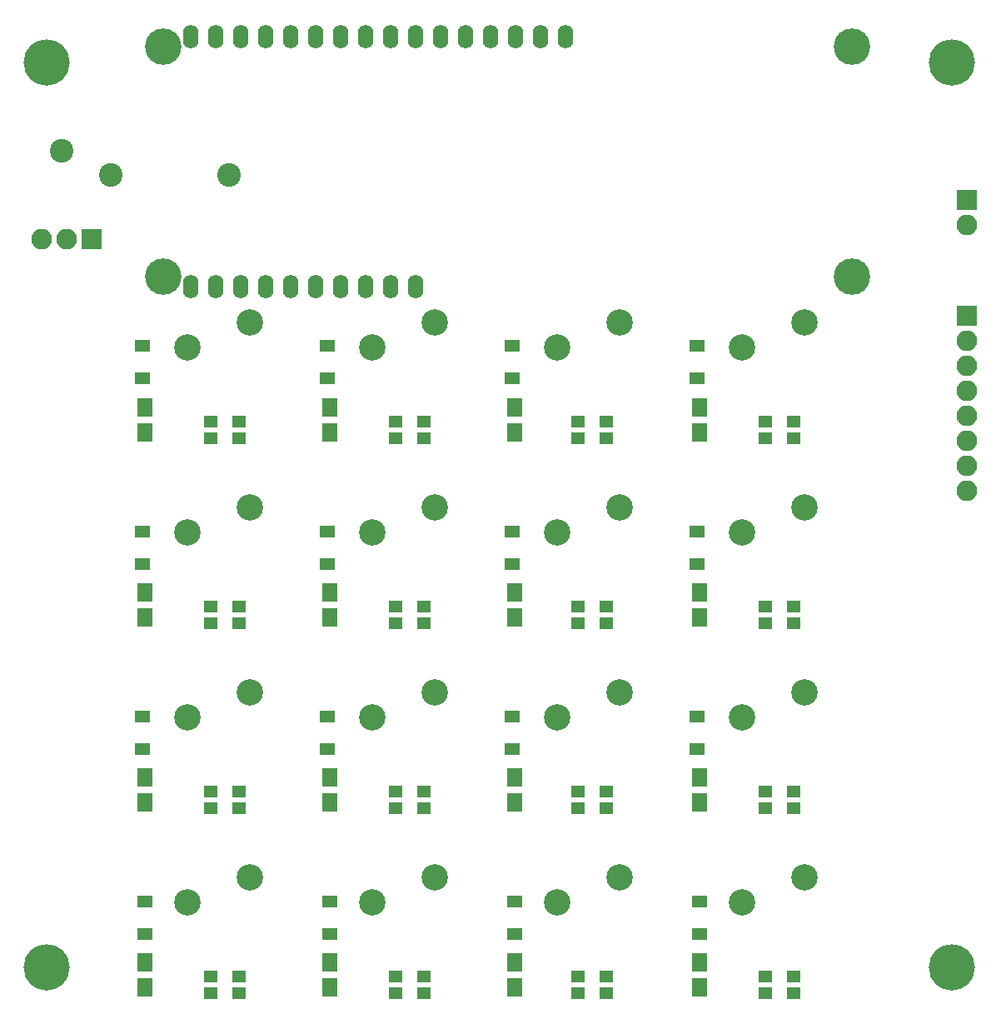
<source format=gts>
G04 #@! TF.GenerationSoftware,KiCad,Pcbnew,(2017-12-24 revision 570866557)-makepkg*
G04 #@! TF.CreationDate,2017-12-27T22:40:15-07:00*
G04 #@! TF.ProjectId,KeyGridTest1,4B65794772696454657374312E6B6963,rev?*
G04 #@! TF.SameCoordinates,Original*
G04 #@! TF.FileFunction,Soldermask,Top*
G04 #@! TF.FilePolarity,Negative*
%FSLAX46Y46*%
G04 Gerber Fmt 4.6, Leading zero omitted, Abs format (unit mm)*
G04 Created by KiCad (PCBNEW (2017-12-24 revision 570866557)-makepkg) date 12/27/17 22:40:15*
%MOMM*%
%LPD*%
G01*
G04 APERTURE LIST*
%ADD10O,1.600000X2.400000*%
%ADD11C,3.702000*%
%ADD12C,2.686000*%
%ADD13C,4.700000*%
%ADD14R,1.400000X1.250000*%
%ADD15R,1.650000X1.900000*%
%ADD16R,1.600000X1.300000*%
%ADD17R,2.100000X2.100000*%
%ADD18O,2.100000X2.100000*%
%ADD19C,2.398980*%
%ADD20C,2.400000*%
G04 APERTURE END LIST*
D10*
X114655600Y-45364400D03*
X114655600Y-70764400D03*
X117195600Y-45364400D03*
X117195600Y-70764400D03*
X119735600Y-45364400D03*
X119735600Y-70764400D03*
X122275600Y-45364400D03*
X122275600Y-70764400D03*
X124815600Y-45364400D03*
X124815600Y-70764400D03*
X127355600Y-45364400D03*
X127355600Y-70764400D03*
X129895600Y-45364400D03*
X129895600Y-70764400D03*
X132435600Y-45364400D03*
X132435600Y-70764400D03*
X134975600Y-45364400D03*
X134975600Y-70764400D03*
X137515600Y-45364400D03*
X137515600Y-70764400D03*
X140055600Y-45364400D03*
X142595600Y-45364400D03*
X145135600Y-45364400D03*
X147675600Y-45364400D03*
X150215600Y-45364400D03*
X152755600Y-45364400D03*
D11*
X181861600Y-46380400D03*
X181861600Y-69748400D03*
X111861600Y-69748400D03*
X111861600Y-46380400D03*
D12*
X158216600Y-130835400D03*
X151866600Y-133375400D03*
X177012600Y-130835400D03*
X170662600Y-133375400D03*
X120624600Y-130835400D03*
X114274600Y-133375400D03*
X139420600Y-130835400D03*
X133070600Y-133375400D03*
X158216600Y-93243400D03*
X151866600Y-95783400D03*
X158216600Y-112039400D03*
X151866600Y-114579400D03*
X177012600Y-112039400D03*
X170662600Y-114579400D03*
X177012600Y-93243400D03*
X170662600Y-95783400D03*
X139420600Y-112039400D03*
X133070600Y-114579400D03*
X139420600Y-93243400D03*
X133070600Y-95783400D03*
X120624600Y-93243400D03*
X114274600Y-95783400D03*
X120624600Y-112039400D03*
X114274600Y-114579400D03*
X120624600Y-74447400D03*
X114274600Y-76987400D03*
X139420600Y-74447400D03*
X133070600Y-76987400D03*
X158216600Y-74447400D03*
X151866600Y-76987400D03*
X177012600Y-74447400D03*
X170662600Y-76987400D03*
D13*
X192000000Y-48000000D03*
D14*
X156822600Y-140882400D03*
X156822600Y-142632400D03*
X154022600Y-142632400D03*
X154022600Y-140882400D03*
D15*
X147548600Y-139491400D03*
X147548600Y-141991400D03*
X166344600Y-139491400D03*
X166344600Y-141991400D03*
D16*
X147548600Y-136549400D03*
X147548600Y-133249400D03*
X166344600Y-136549400D03*
X166344600Y-133249400D03*
D14*
X175872600Y-140882400D03*
X175872600Y-142632400D03*
X173072600Y-142632400D03*
X173072600Y-140882400D03*
D15*
X128752600Y-139491400D03*
X128752600Y-141991400D03*
D16*
X109956600Y-136549400D03*
X109956600Y-133249400D03*
D15*
X109956600Y-139491400D03*
X109956600Y-141991400D03*
D14*
X119484600Y-140882400D03*
X119484600Y-142632400D03*
X116684600Y-142632400D03*
X116684600Y-140882400D03*
D16*
X128752600Y-136549400D03*
X128752600Y-133249400D03*
D14*
X138280600Y-140882400D03*
X138280600Y-142632400D03*
X135480600Y-142632400D03*
X135480600Y-140882400D03*
D16*
X166090600Y-117753400D03*
X166090600Y-114453400D03*
D14*
X156822600Y-103290400D03*
X156822600Y-105040400D03*
X154022600Y-105040400D03*
X154022600Y-103290400D03*
D16*
X147294600Y-117753400D03*
X147294600Y-114453400D03*
X147294600Y-98957400D03*
X147294600Y-95657400D03*
D14*
X156822600Y-122086400D03*
X156822600Y-123836400D03*
X154022600Y-123836400D03*
X154022600Y-122086400D03*
X175872600Y-103290400D03*
X175872600Y-105040400D03*
X173072600Y-105040400D03*
X173072600Y-103290400D03*
D16*
X166090600Y-98957400D03*
X166090600Y-95657400D03*
D14*
X175872600Y-122086400D03*
X175872600Y-123836400D03*
X173072600Y-123836400D03*
X173072600Y-122086400D03*
X119484600Y-122086400D03*
X119484600Y-123836400D03*
X116684600Y-123836400D03*
X116684600Y-122086400D03*
D15*
X128752600Y-120695400D03*
X128752600Y-123195400D03*
D16*
X128498600Y-117753400D03*
X128498600Y-114453400D03*
D14*
X138280600Y-122086400D03*
X138280600Y-123836400D03*
X135480600Y-123836400D03*
X135480600Y-122086400D03*
X119484600Y-103290400D03*
X119484600Y-105040400D03*
X116684600Y-105040400D03*
X116684600Y-103290400D03*
D16*
X128498600Y-98957400D03*
X128498600Y-95657400D03*
D15*
X128752600Y-101899400D03*
X128752600Y-104399400D03*
D14*
X138280600Y-103290400D03*
X138280600Y-105040400D03*
X135480600Y-105040400D03*
X135480600Y-103290400D03*
D15*
X147548600Y-101899400D03*
X147548600Y-104399400D03*
X166344600Y-101899400D03*
X166344600Y-104399400D03*
X166344600Y-120695400D03*
X166344600Y-123195400D03*
X147548600Y-120695400D03*
X147548600Y-123195400D03*
D16*
X109702600Y-98957400D03*
X109702600Y-95657400D03*
X109702600Y-117753400D03*
X109702600Y-114453400D03*
D15*
X109956600Y-101899400D03*
X109956600Y-104399400D03*
X109956600Y-120695400D03*
X109956600Y-123195400D03*
X109956600Y-83103400D03*
X109956600Y-85603400D03*
X128752600Y-83103400D03*
X128752600Y-85603400D03*
X147548600Y-83103400D03*
X147548600Y-85603400D03*
X166344600Y-83103400D03*
X166344600Y-85603400D03*
D16*
X109702600Y-80098199D03*
X109702600Y-76798199D03*
X128498600Y-80098199D03*
X128498600Y-76798199D03*
X147294600Y-80098199D03*
X147294600Y-76798199D03*
X166090600Y-80098199D03*
X166090600Y-76798199D03*
D17*
X104500000Y-66000000D03*
D18*
X101960000Y-66000000D03*
X99420000Y-66000000D03*
D14*
X119484600Y-84494400D03*
X119484600Y-86244400D03*
X116684600Y-86244400D03*
X116684600Y-84494400D03*
X138280600Y-84494400D03*
X138280600Y-86244400D03*
X135480600Y-86244400D03*
X135480600Y-84494400D03*
X156822600Y-84494400D03*
X156822600Y-86244400D03*
X154022600Y-86244400D03*
X154022600Y-84494400D03*
X175872600Y-84494400D03*
X175872600Y-86244400D03*
X173072600Y-86244400D03*
X173072600Y-84494400D03*
D19*
X118500000Y-59500000D03*
D13*
X192000000Y-140000000D03*
X100000000Y-140000000D03*
X100000000Y-48000000D03*
D18*
X193500000Y-91580000D03*
X193500000Y-89040000D03*
X193500000Y-86500000D03*
X193500000Y-83960000D03*
X193500000Y-81420000D03*
X193500000Y-78880000D03*
X193500000Y-76340000D03*
D17*
X193500000Y-73800000D03*
D18*
X193500000Y-64540000D03*
D17*
X193500000Y-62000000D03*
D20*
X101500000Y-57000000D03*
X106500000Y-59500000D03*
M02*

</source>
